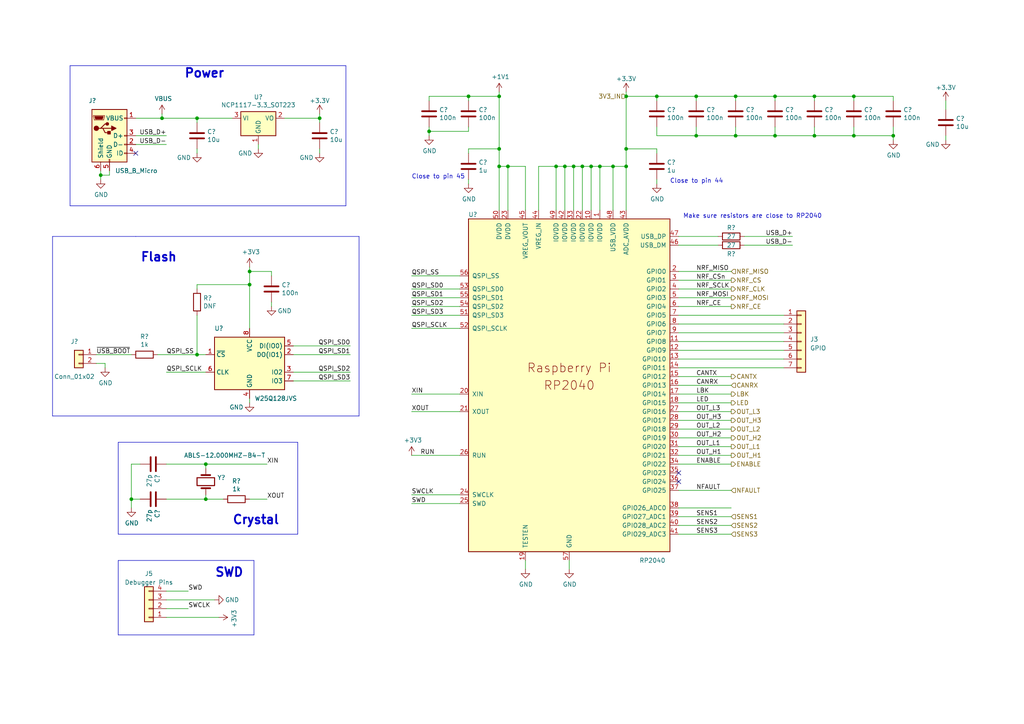
<source format=kicad_sch>
(kicad_sch (version 20230121) (generator eeschema)
  (paper "A4")
  (lib_symbols
    (symbol "Connector_Generic:Conn_01x02" (pin_names (offset 1.016) hide)
      (property "Reference" "J" (at 0 2.54 0))
      (property "Value" "Conn_01x02" (at 0 -5.08 0))
      (symbol "Conn_01x02_1_1"
        (rectangle (start -1.27 -2.413) (end 0 -2.667) (stroke (width 0.1524)))
        (rectangle (start -1.27 0.127) (end 0 -0.127) (stroke (width 0.1524)))
        (rectangle (start -1.27 1.27) (end 1.27 -3.81) (stroke (width 0.254)) (fill (type background)))
        (pin passive line (at -5.08 0 0) (length 3.81) (name "Pin_1") (number "1"))
        (pin passive line (at -5.08 -2.54 0) (length 3.81) (name "Pin_2") (number "2"))
      )
    )
    (symbol "Connector_Generic:Conn_01x04" (pin_names (offset 1.016) hide)
      (property "Reference" "J" (at 0 5.08 0))
      (property "Value" "Conn_01x04" (at 0 -7.62 0))
      (symbol "Conn_01x04_1_1"
        (rectangle (start -1.27 -4.953) (end 0 -5.207) (stroke (width 0.1524)))
        (rectangle (start -1.27 -2.413) (end 0 -2.667) (stroke (width 0.1524)))
        (rectangle (start -1.27 0.127) (end 0 -0.127) (stroke (width 0.1524)))
        (rectangle (start -1.27 2.667) (end 0 2.413) (stroke (width 0.1524)))
        (rectangle (start -1.27 3.81) (end 1.27 -6.35) (stroke (width 0.254)) (fill (type background)))
        (pin passive line (at -5.08 2.54 0) (length 3.81) (name "Pin_1") (number "1"))
        (pin passive line (at -5.08 0 0) (length 3.81) (name "Pin_2") (number "2"))
        (pin passive line (at -5.08 -2.54 0) (length 3.81) (name "Pin_3") (number "3"))
        (pin passive line (at -5.08 -5.08 0) (length 3.81) (name "Pin_4") (number "4"))
      )
    )
    (symbol "Connector_Generic:Conn_01x07" (pin_names (offset 1.016) hide)
      (property "Reference" "J" (at 0 10.16 0))
      (property "Value" "Conn_01x07" (at 0 -10.16 0))
      (symbol "Conn_01x07_1_1"
        (rectangle (start -1.27 -7.493) (end 0 -7.747) (stroke (width 0.1524)))
        (rectangle (start -1.27 -4.953) (end 0 -5.207) (stroke (width 0.1524)))
        (rectangle (start -1.27 -2.413) (end 0 -2.667) (stroke (width 0.1524)))
        (rectangle (start -1.27 0.127) (end 0 -0.127) (stroke (width 0.1524)))
        (rectangle (start -1.27 2.667) (end 0 2.413) (stroke (width 0.1524)))
        (rectangle (start -1.27 5.207) (end 0 4.953) (stroke (width 0.1524)))
        (rectangle (start -1.27 7.747) (end 0 7.493) (stroke (width 0.1524)))
        (rectangle (start -1.27 8.89) (end 1.27 -8.89) (stroke (width 0.254)) (fill (type background)))
        (pin passive line (at -5.08 7.62 0) (length 3.81) (name "Pin_1") (number "1"))
        (pin passive line (at -5.08 5.08 0) (length 3.81) (name "Pin_2") (number "2"))
        (pin passive line (at -5.08 2.54 0) (length 3.81) (name "Pin_3") (number "3"))
        (pin passive line (at -5.08 0 0) (length 3.81) (name "Pin_4") (number "4"))
        (pin passive line (at -5.08 -2.54 0) (length 3.81) (name "Pin_5") (number "5"))
        (pin passive line (at -5.08 -5.08 0) (length 3.81) (name "Pin_6") (number "6"))
        (pin passive line (at -5.08 -7.62 0) (length 3.81) (name "Pin_7") (number "7"))
      )
    )
    (symbol "Device:C" (pin_numbers hide) (pin_names (offset 0.254))
      (property "Reference" "C" (at 0.635 2.54 0))
      (property "Value" "C" (at 0.635 -2.54 0))
      (symbol "C_0_1"
        (polyline (pts (xy -2.032 -0.762) (xy 2.032 -0.762)) (stroke (width 0.508)))
        (polyline (pts (xy -2.032 0.762) (xy 2.032 0.762)) (stroke (width 0.508)))
      )
      (symbol "C_1_1"
        (pin passive line (at 0 3.81 270) (length 2.794) (name "~") (number "1"))
        (pin passive line (at 0 -3.81 90) (length 2.794) (name "~") (number "2"))
      )
    )
    (symbol "Device:Crystal" (pin_numbers hide) (pin_names (offset 1.016) hide)
      (property "Reference" "Y" (at 0 3.81 0))
      (property "Value" "Crystal" (at 0 -3.81 0))
      (symbol "Crystal_0_1"
        (rectangle (start -1.143 2.54) (end 1.143 -2.54) (stroke (width 0.3048)))
        (polyline (pts (xy -2.54 0) (xy -1.905 0)))
        (polyline (pts (xy -1.905 -1.27) (xy -1.905 1.27)) (stroke (width 0.508)))
        (polyline (pts (xy 1.905 -1.27) (xy 1.905 1.27)) (stroke (width 0.508)))
        (polyline (pts (xy 2.54 0) (xy 1.905 0)))
      )
      (symbol "Crystal_1_1"
        (pin passive line (at -3.81 0 0) (length 1.27) (name "1") (number "1"))
        (pin passive line (at 3.81 0 180) (length 1.27) (name "2") (number "2"))
      )
    )
    (symbol "Device:R" (pin_numbers hide) (pin_names (offset 0))
      (property "Reference" "R" (at 2.032 0 90))
      (property "Value" "R" (at 0 0 90))
      (symbol "R_0_1"
        (rectangle (start -1.016 -2.54) (end 1.016 2.54) (stroke (width 0.254)))
      )
      (symbol "R_1_1"
        (pin passive line (at 0 3.81 270) (length 1.27) (name "~") (number "1"))
        (pin passive line (at 0 -3.81 90) (length 1.27) (name "~") (number "2"))
      )
    )
    (symbol "MCU_RaspberryPi_RP2040:RP2040" (pin_names (offset 1.016))
      (property "Reference" "U" (at -29.21 49.53 0))
      (property "Value" "RP2040" (at 24.13 -49.53 0))
      (symbol "RP2040_0_0"
        (text "Raspberry Pi" (at 0 5.08 0) (effects (font (size 2.54 2.54))))
        (text "RP2040" (at 0 0 0) (effects (font (size 2.54 2.54))))
      )
      (symbol "RP2040_0_1"
        (rectangle (start 29.21 48.26) (end -29.21 -48.26) (stroke (width 0.254)) (fill (type background)))
      )
      (symbol "RP2040_1_1"
        (pin power_in line (at 8.89 50.8 270) (length 2.54) (name "IOVDD") (number "1"))
        (pin power_in line (at 6.35 50.8 270) (length 2.54) (name "IOVDD") (number "10"))
        (pin bidirectional line (at 31.75 12.7 180) (length 2.54) (name "GPIO8") (number "11"))
        (pin bidirectional line (at 31.75 10.16 180) (length 2.54) (name "GPIO9") (number "12"))
        (pin bidirectional line (at 31.75 7.62 180) (length 2.54) (name "GPIO10") (number "13"))
        (pin bidirectional line (at 31.75 5.08 180) (length 2.54) (name "GPIO11") (number "14"))
        (pin bidirectional line (at 31.75 2.54 180) (length 2.54) (name "GPIO12") (number "15"))
        (pin bidirectional line (at 31.75 0 180) (length 2.54) (name "GPIO13") (number "16"))
        (pin bidirectional line (at 31.75 -2.54 180) (length 2.54) (name "GPIO14") (number "17"))
        (pin bidirectional line (at 31.75 -5.08 180) (length 2.54) (name "GPIO15") (number "18"))
        (pin passive line (at -12.7 -50.8 90) (length 2.54) (name "TESTEN") (number "19"))
        (pin bidirectional line (at 31.75 33.02 180) (length 2.54) (name "GPIO0") (number "2"))
        (pin input line (at -31.75 -2.54 0) (length 2.54) (name "XIN") (number "20"))
        (pin passive line (at -31.75 -7.62 0) (length 2.54) (name "XOUT") (number "21"))
        (pin power_in line (at 3.81 50.8 270) (length 2.54) (name "IOVDD") (number "22"))
        (pin power_in line (at -17.78 50.8 270) (length 2.54) (name "DVDD") (number "23"))
        (pin output line (at -31.75 -31.75 0) (length 2.54) (name "SWCLK") (number "24"))
        (pin bidirectional line (at -31.75 -34.29 0) (length 2.54) (name "SWD") (number "25"))
        (pin input line (at -31.75 -20.32 0) (length 2.54) (name "RUN") (number "26"))
        (pin bidirectional line (at 31.75 -7.62 180) (length 2.54) (name "GPIO16") (number "27"))
        (pin bidirectional line (at 31.75 -10.16 180) (length 2.54) (name "GPIO17") (number "28"))
        (pin bidirectional line (at 31.75 -12.7 180) (length 2.54) (name "GPIO18") (number "29"))
        (pin bidirectional line (at 31.75 30.48 180) (length 2.54) (name "GPIO1") (number "3"))
        (pin bidirectional line (at 31.75 -15.24 180) (length 2.54) (name "GPIO19") (number "30"))
        (pin bidirectional line (at 31.75 -17.78 180) (length 2.54) (name "GPIO20") (number "31"))
        (pin bidirectional line (at 31.75 -20.32 180) (length 2.54) (name "GPIO21") (number "32"))
        (pin power_in line (at 1.27 50.8 270) (length 2.54) (name "IOVDD") (number "33"))
        (pin bidirectional line (at 31.75 -22.86 180) (length 2.54) (name "GPIO22") (number "34"))
        (pin bidirectional line (at 31.75 -25.4 180) (length 2.54) (name "GPIO23") (number "35"))
        (pin bidirectional line (at 31.75 -27.94 180) (length 2.54) (name "GPIO24") (number "36"))
        (pin bidirectional line (at 31.75 -30.48 180) (length 2.54) (name "GPIO25") (number "37"))
        (pin bidirectional line (at 31.75 -35.56 180) (length 2.54) (name "GPIO26_ADC0") (number "38"))
        (pin bidirectional line (at 31.75 -38.1 180) (length 2.54) (name "GPIO27_ADC1") (number "39"))
        (pin bidirectional line (at 31.75 27.94 180) (length 2.54) (name "GPIO2") (number "4"))
        (pin bidirectional line (at 31.75 -40.64 180) (length 2.54) (name "GPIO28_ADC2") (number "40"))
        (pin bidirectional line (at 31.75 -43.18 180) (length 2.54) (name "GPIO29_ADC3") (number "41"))
        (pin power_in line (at -1.27 50.8 270) (length 2.54) (name "IOVDD") (number "42"))
        (pin power_in line (at 16.51 50.8 270) (length 2.54) (name "ADC_AVDD") (number "43"))
        (pin power_in line (at -8.89 50.8 270) (length 2.54) (name "VREG_IN") (number "44"))
        (pin power_out line (at -12.7 50.8 270) (length 2.54) (name "VREG_VOUT") (number "45"))
        (pin bidirectional line (at 31.75 40.64 180) (length 2.54) (name "USB_DM") (number "46"))
        (pin bidirectional line (at 31.75 43.18 180) (length 2.54) (name "USB_DP") (number "47"))
        (pin power_in line (at 12.7 50.8 270) (length 2.54) (name "USB_VDD") (number "48"))
        (pin power_in line (at -3.81 50.8 270) (length 2.54) (name "IOVDD") (number "49"))
        (pin bidirectional line (at 31.75 25.4 180) (length 2.54) (name "GPIO3") (number "5"))
        (pin power_in line (at -20.32 50.8 270) (length 2.54) (name "DVDD") (number "50"))
        (pin bidirectional line (at -31.75 20.32 0) (length 2.54) (name "QSPI_SD3") (number "51"))
        (pin output line (at -31.75 16.51 0) (length 2.54) (name "QSPI_SCLK") (number "52"))
        (pin bidirectional line (at -31.75 27.94 0) (length 2.54) (name "QSPI_SD0") (number "53"))
        (pin bidirectional line (at -31.75 22.86 0) (length 2.54) (name "QSPI_SD2") (number "54"))
        (pin bidirectional line (at -31.75 25.4 0) (length 2.54) (name "QSPI_SD1") (number "55"))
        (pin bidirectional line (at -31.75 31.75 0) (length 2.54) (name "QSPI_SS") (number "56"))
        (pin power_in line (at 0 -50.8 90) (length 2.54) (name "GND") (number "57"))
        (pin bidirectional line (at 31.75 22.86 180) (length 2.54) (name "GPIO4") (number "6"))
        (pin bidirectional line (at 31.75 20.32 180) (length 2.54) (name "GPIO5") (number "7"))
        (pin bidirectional line (at 31.75 17.78 180) (length 2.54) (name "GPIO6") (number "8"))
        (pin bidirectional line (at 31.75 15.24 180) (length 2.54) (name "GPIO7") (number "9"))
      )
    )
    (symbol "RP2040_minimal-rescue:USB_B_Micro-Connector" (pin_names (offset 1.016))
      (property "Reference" "J" (at -5.08 11.43 0))
      (property "Value" "Connector_USB_B_Micro" (at -5.08 8.89 0))
      (symbol "USB_B_Micro-Connector_0_1"
        (rectangle (start -5.08 -7.62) (end 5.08 7.62) (stroke (width 0.254)) (fill (type background)))
        (circle (center -3.81 2.159) (radius 0.635) (stroke (width 0.254)) (fill (type outline)))
        (circle (center -0.635 3.429) (radius 0.381) (stroke (width 0.254)) (fill (type outline)))
        (rectangle (start -0.127 -7.62) (end 0.127 -6.858))
        (polyline (pts (xy -1.905 2.159) (xy 0.635 2.159)) (stroke (width 0.254)))
        (polyline (pts (xy -3.175 2.159) (xy -2.54 2.159) (xy -1.27 3.429) (xy -0.635 3.429)) (stroke (width 0.254)))
        (polyline (pts (xy -2.54 2.159) (xy -1.905 2.159) (xy -1.27 0.889) (xy 0 0.889)) (stroke (width 0.254)))
        (polyline (pts (xy 0.635 2.794) (xy 0.635 1.524) (xy 1.905 2.159) (xy 0.635 2.794)) (stroke (width 0.254)) (fill (type outline)))
        (polyline (pts (xy -4.318 5.588) (xy -1.778 5.588) (xy -2.032 4.826) (xy -4.064 4.826) (xy -4.318 5.588)) (fill (type outline)))
        (polyline (pts (xy -4.699 5.842) (xy -4.699 5.588) (xy -4.445 4.826) (xy -4.445 4.572) (xy -1.651 4.572) (xy -1.651 4.826) (xy -1.397 5.588) (xy -1.397 5.842) (xy -4.699 5.842)))
        (rectangle (start 0.254 1.27) (end -0.508 0.508) (stroke (width 0.254)) (fill (type outline)))
        (rectangle (start 5.08 -5.207) (end 4.318 -4.953))
        (rectangle (start 5.08 -2.667) (end 4.318 -2.413))
        (rectangle (start 5.08 -0.127) (end 4.318 0.127))
        (rectangle (start 5.08 4.953) (end 4.318 5.207))
      )
      (symbol "USB_B_Micro-Connector_1_1"
        (pin power_out line (at 7.62 5.08 180) (length 2.54) (name "VBUS") (number "1"))
        (pin passive line (at 7.62 -2.54 180) (length 2.54) (name "D-") (number "2"))
        (pin passive line (at 7.62 0 180) (length 2.54) (name "D+") (number "3"))
        (pin passive line (at 7.62 -5.08 180) (length 2.54) (name "ID") (number "4"))
        (pin power_out line (at 0 -10.16 90) (length 2.54) (name "GND") (number "5"))
        (pin passive line (at -2.54 -10.16 90) (length 2.54) (name "Shield") (number "6"))
      )
    )
    (symbol "RP2040_minimal-rescue:W25Q128JVS-Memory_Flash"
      (property "Reference" "U" (at -8.89 8.89 0))
      (property "Value" "Memory_Flash_W25Q128JVS" (at 7.62 8.89 0))
      (symbol "W25Q128JVS-Memory_Flash_0_1"
        (rectangle (start -10.16 7.62) (end 10.16 -7.62) (stroke (width 0.254)) (fill (type background)))
      )
      (symbol "W25Q128JVS-Memory_Flash_1_1"
        (pin input line (at -12.7 2.54 0) (length 2.54) (name "~{CS}") (number "1"))
        (pin bidirectional line (at 12.7 2.54 180) (length 2.54) (name "DO(IO1)") (number "2"))
        (pin bidirectional line (at 12.7 -2.54 180) (length 2.54) (name "IO2") (number "3"))
        (pin power_in line (at 0 -10.16 90) (length 2.54) (name "GND") (number "4"))
        (pin bidirectional line (at 12.7 5.08 180) (length 2.54) (name "DI(IO0)") (number "5"))
        (pin input line (at -12.7 -2.54 0) (length 2.54) (name "CLK") (number "6"))
        (pin bidirectional line (at 12.7 -5.08 180) (length 2.54) (name "IO3") (number "7"))
        (pin power_in line (at 0 10.16 270) (length 2.54) (name "VCC") (number "8"))
      )
    )
    (symbol "Regulator_Linear:NCP1117-3.3_SOT223"
      (property "Reference" "U" (at -3.81 3.175 0))
      (property "Value" "NCP1117-3.3_SOT223" (at 0 3.175 0))
      (symbol "NCP1117-3.3_SOT223_0_1"
        (rectangle (start -5.08 -5.08) (end 5.08 1.905) (stroke (width 0.254)) (fill (type background)))
      )
      (symbol "NCP1117-3.3_SOT223_1_1"
        (pin power_in line (at 0 -7.62 90) (length 2.54) (name "GND") (number "1"))
        (pin power_out line (at 7.62 0 180) (length 2.54) (name "VO") (number "2"))
        (pin power_in line (at -7.62 0 0) (length 2.54) (name "VI") (number "3"))
      )
    )
    (symbol "power:+1V1" (power) (pin_names (offset 0))
      (property "Value" "+1V1" (at 0 3.556 0))
      (symbol "+1V1_0_1"
        (polyline (pts (xy -0.762 1.27) (xy 0 2.54)))
        (polyline (pts (xy 0 0) (xy 0 2.54)))
        (polyline (pts (xy 0 2.54) (xy 0.762 1.27)))
      )
      (symbol "+1V1_1_1"
        (pin power_in line (at 0 0 90) (length 0) hide (name "+1V1") (number "1"))
      )
    )
    (symbol "power:+3.3V" (power) (pin_names (offset 0))
      (property "Value" "+3.3V" (at 0 3.556 0))
      (symbol "+3.3V_0_1"
        (polyline (pts (xy -0.762 1.27) (xy 0 2.54)))
        (polyline (pts (xy 0 0) (xy 0 2.54)))
        (polyline (pts (xy 0 2.54) (xy 0.762 1.27)))
      )
      (symbol "+3.3V_1_1"
        (pin power_in line (at 0 0 90) (length 0) hide (name "+3.3V") (number "1"))
      )
    )
    (symbol "power:+3V3" (power) (pin_names (offset 0))
      (property "Value" "+3V3" (at 0 3.556 0))
      (symbol "+3V3_0_1"
        (polyline (pts (xy -0.762 1.27) (xy 0 2.54)))
        (polyline (pts (xy 0 0) (xy 0 2.54)))
        (polyline (pts (xy 0 2.54) (xy 0.762 1.27)))
      )
      (symbol "+3V3_1_1"
        (pin power_in line (at 0 0 90) (length 0) hide (name "+3V3") (number "1"))
      )
    )
    (symbol "power:GND" (power) (pin_names (offset 0))
      (property "Value" "GND" (at 0 -3.81 0))
      (symbol "GND_0_1"
        (polyline (pts (xy 0 0) (xy 0 -1.27) (xy 1.27 -1.27) (xy 0 -2.54) (xy -1.27 -1.27) (xy 0 -1.27)))
      )
      (symbol "GND_1_1"
        (pin power_in line (at 0 0 270) (length 0) hide (name "GND") (number "1"))
      )
    )
    (symbol "power:VBUS" (power) (pin_names (offset 0))
      (property "Value" "VBUS" (at 0 3.81 0))
      (symbol "VBUS_0_1"
        (polyline (pts (xy -0.762 1.27) (xy 0 2.54)))
        (polyline (pts (xy 0 0) (xy 0 2.54)))
        (polyline (pts (xy 0 2.54) (xy 0.762 1.27)))
      )
      (symbol "VBUS_1_1"
        (pin power_in line (at 0 0 90) (length 0) hide (name "VBUS") (number "1"))
      )
    )
  )
  (junction (at 144.78 43.18))
  (junction (at 213.36 39.37))
  (junction (at 224.79 27.94))
  (junction (at 72.39 82.55))
  (junction (at 161.29 48.26))
  (junction (at 46.99 34.29))
  (junction (at 201.93 39.37))
  (junction (at 177.8 48.26))
  (junction (at 236.22 39.37))
  (junction (at 236.22 27.94))
  (junction (at 224.79 39.37))
  (junction (at 190.5 27.94))
  (junction (at 59.69 144.78))
  (junction (at 213.36 27.94))
  (junction (at 168.91 48.26))
  (junction (at 181.61 43.18))
  (junction (at 247.65 27.94))
  (junction (at 72.39 78.74))
  (junction (at 57.15 34.29))
  (junction (at 135.89 27.94))
  (junction (at 144.78 48.26))
  (junction (at 259.08 39.37))
  (junction (at 181.61 27.94))
  (junction (at 147.32 48.26))
  (junction (at 59.69 134.62))
  (junction (at 173.99 48.26))
  (junction (at 247.65 39.37))
  (junction (at 144.78 27.94))
  (junction (at 92.71 34.29))
  (junction (at 201.93 27.94))
  (junction (at 171.45 48.26))
  (junction (at 57.15 102.87))
  (junction (at 38.1 144.78))
  (junction (at 166.37 48.26))
  (junction (at 163.83 48.26))
  (junction (at 181.61 48.26))
  (junction (at 29.21 50.8))
  (junction (at 124.46 38.1))
  (no_connect (at 39.37 44.45))
  (no_connect (at 196.85 139.7))
  (no_connect (at 196.85 137.16))
  (wire (pts (xy 163.83 48.26) (xy 166.37 48.26)))
  (wire (pts (xy 48.26 134.62) (xy 59.69 134.62)))
  (wire (pts (xy 152.4 162.56) (xy 152.4 165.1)))
  (wire (pts (xy 213.36 39.37) (xy 201.93 39.37)))
  (wire (pts (xy 196.85 88.9) (xy 212.09 88.9)))
  (wire (pts (xy 196.85 124.46) (xy 212.09 124.46)))
  (wire (pts (xy 124.46 38.1) (xy 124.46 39.37)))
  (wire (pts (xy 119.38 88.9) (xy 133.35 88.9)))
  (wire (pts (xy 213.36 29.21) (xy 213.36 27.94)))
  (wire (pts (xy 236.22 27.94) (xy 247.65 27.94)))
  (wire (pts (xy 196.85 119.38) (xy 212.09 119.38)))
  (wire (pts (xy 59.69 134.62) (xy 77.47 134.62)))
  (polyline (pts (xy 34.29 162.56) (xy 73.66 162.56)))
  (wire (pts (xy 274.32 39.37) (xy 274.32 40.64)))
  (wire (pts (xy 196.85 147.32) (xy 212.09 147.32)))
  (wire (pts (xy 124.46 27.94) (xy 135.89 27.94)))
  (polyline (pts (xy 86.36 154.94) (xy 34.29 154.94)))
  (wire (pts (xy 135.89 44.45) (xy 135.89 43.18)))
  (wire (pts (xy 196.85 111.76) (xy 212.09 111.76)))
  (wire (pts (xy 259.08 39.37) (xy 259.08 40.64)))
  (wire (pts (xy 181.61 27.94) (xy 190.5 27.94)))
  (wire (pts (xy 48.26 144.78) (xy 59.69 144.78)))
  (wire (pts (xy 196.85 78.74) (xy 212.09 78.74)))
  (wire (pts (xy 181.61 26.67) (xy 181.61 27.94)))
  (wire (pts (xy 247.65 29.21) (xy 247.65 27.94)))
  (wire (pts (xy 85.09 100.33) (xy 101.6 100.33)))
  (wire (pts (xy 196.85 104.14) (xy 227.33 104.14)))
  (wire (pts (xy 274.32 29.21) (xy 274.32 31.75)))
  (wire (pts (xy 247.65 39.37) (xy 259.08 39.37)))
  (wire (pts (xy 147.32 60.96) (xy 147.32 48.26)))
  (polyline (pts (xy 15.24 68.58) (xy 39.37 68.58)))
  (wire (pts (xy 147.32 48.26) (xy 144.78 48.26)))
  (wire (pts (xy 196.85 127) (xy 212.09 127)))
  (wire (pts (xy 85.09 102.87) (xy 101.6 102.87)))
  (wire (pts (xy 144.78 43.18) (xy 144.78 48.26)))
  (wire (pts (xy 215.9 68.58) (xy 229.87 68.58)))
  (wire (pts (xy 171.45 48.26) (xy 173.99 48.26)))
  (wire (pts (xy 31.75 50.8) (xy 29.21 50.8)))
  (wire (pts (xy 224.79 36.83) (xy 224.79 39.37)))
  (wire (pts (xy 144.78 26.67) (xy 144.78 27.94)))
  (wire (pts (xy 196.85 106.68) (xy 227.33 106.68)))
  (wire (pts (xy 196.85 83.82) (xy 212.09 83.82)))
  (wire (pts (xy 135.89 52.07) (xy 135.89 53.34)))
  (wire (pts (xy 74.93 41.91) (xy 74.93 43.18)))
  (wire (pts (xy 196.85 129.54) (xy 212.09 129.54)))
  (wire (pts (xy 201.93 36.83) (xy 201.93 39.37)))
  (wire (pts (xy 173.99 48.26) (xy 173.99 60.96)))
  (wire (pts (xy 92.71 35.56) (xy 92.71 34.29)))
  (polyline (pts (xy 100.33 19.05) (xy 100.33 59.69)))
  (wire (pts (xy 119.38 83.82) (xy 133.35 83.82)))
  (wire (pts (xy 152.4 60.96) (xy 152.4 48.26)))
  (wire (pts (xy 29.21 49.53) (xy 29.21 50.8)))
  (wire (pts (xy 190.5 44.45) (xy 190.5 43.18)))
  (wire (pts (xy 156.21 60.96) (xy 156.21 48.26)))
  (wire (pts (xy 57.15 83.82) (xy 57.15 82.55)))
  (wire (pts (xy 196.85 149.86) (xy 212.09 149.86)))
  (wire (pts (xy 57.15 82.55) (xy 72.39 82.55)))
  (wire (pts (xy 133.35 80.01) (xy 119.38 80.01)))
  (wire (pts (xy 177.8 48.26) (xy 181.61 48.26)))
  (wire (pts (xy 181.61 27.94) (xy 181.61 43.18)))
  (wire (pts (xy 39.37 39.37) (xy 48.26 39.37)))
  (wire (pts (xy 119.38 132.08) (xy 133.35 132.08)))
  (wire (pts (xy 72.39 144.78) (xy 77.47 144.78)))
  (wire (pts (xy 59.69 135.89) (xy 59.69 134.62)))
  (wire (pts (xy 57.15 102.87) (xy 59.69 102.87)))
  (wire (pts (xy 224.79 39.37) (xy 213.36 39.37)))
  (wire (pts (xy 40.64 134.62) (xy 38.1 134.62)))
  (wire (pts (xy 181.61 48.26) (xy 181.61 60.96)))
  (wire (pts (xy 190.5 36.83) (xy 190.5 39.37)))
  (wire (pts (xy 72.39 82.55) (xy 72.39 95.25)))
  (wire (pts (xy 196.85 134.62) (xy 212.09 134.62)))
  (wire (pts (xy 181.61 43.18) (xy 181.61 48.26)))
  (wire (pts (xy 190.5 27.94) (xy 201.93 27.94)))
  (wire (pts (xy 177.8 60.96) (xy 177.8 48.26)))
  (wire (pts (xy 82.55 34.29) (xy 92.71 34.29)))
  (wire (pts (xy 133.35 143.51) (xy 119.38 143.51)))
  (wire (pts (xy 224.79 29.21) (xy 224.79 27.94)))
  (wire (pts (xy 247.65 39.37) (xy 236.22 39.37)))
  (wire (pts (xy 30.48 105.41) (xy 27.94 105.41)))
  (wire (pts (xy 119.38 119.38) (xy 133.35 119.38)))
  (wire (pts (xy 196.85 99.06) (xy 227.33 99.06)))
  (wire (pts (xy 85.09 110.49) (xy 101.6 110.49)))
  (polyline (pts (xy 20.32 19.05) (xy 20.32 59.69)))
  (wire (pts (xy 38.1 102.87) (xy 27.94 102.87)))
  (wire (pts (xy 247.65 27.94) (xy 259.08 27.94)))
  (polyline (pts (xy 34.29 128.27) (xy 34.29 154.94)))
  (wire (pts (xy 152.4 48.26) (xy 147.32 48.26)))
  (wire (pts (xy 224.79 27.94) (xy 236.22 27.94)))
  (wire (pts (xy 196.85 132.08) (xy 212.09 132.08)))
  (wire (pts (xy 59.69 144.78) (xy 64.77 144.78)))
  (polyline (pts (xy 39.37 68.58) (xy 104.14 68.58)))
  (wire (pts (xy 168.91 48.26) (xy 171.45 48.26)))
  (wire (pts (xy 171.45 60.96) (xy 171.45 48.26)))
  (wire (pts (xy 48.26 176.53) (xy 54.61 176.53)))
  (wire (pts (xy 135.89 27.94) (xy 144.78 27.94)))
  (polyline (pts (xy 73.66 184.15) (xy 34.29 184.15)))
  (wire (pts (xy 215.9 71.12) (xy 229.87 71.12)))
  (wire (pts (xy 201.93 29.21) (xy 201.93 27.94)))
  (wire (pts (xy 72.39 115.57) (xy 72.39 116.84)))
  (wire (pts (xy 29.21 50.8) (xy 29.21 52.07)))
  (wire (pts (xy 124.46 29.21) (xy 124.46 27.94)))
  (wire (pts (xy 259.08 29.21) (xy 259.08 27.94)))
  (wire (pts (xy 124.46 38.1) (xy 135.89 38.1)))
  (wire (pts (xy 236.22 39.37) (xy 224.79 39.37)))
  (wire (pts (xy 78.74 87.63) (xy 78.74 88.9)))
  (wire (pts (xy 40.64 144.78) (xy 38.1 144.78)))
  (wire (pts (xy 48.26 107.95) (xy 59.69 107.95)))
  (wire (pts (xy 135.89 38.1) (xy 135.89 36.83)))
  (wire (pts (xy 196.85 93.98) (xy 227.33 93.98)))
  (wire (pts (xy 163.83 60.96) (xy 163.83 48.26)))
  (wire (pts (xy 166.37 60.96) (xy 166.37 48.26)))
  (wire (pts (xy 119.38 91.44) (xy 133.35 91.44)))
  (wire (pts (xy 196.85 154.94) (xy 212.09 154.94)))
  (polyline (pts (xy 100.33 59.69) (xy 20.32 59.69)))
  (wire (pts (xy 168.91 60.96) (xy 168.91 48.26)))
  (wire (pts (xy 119.38 86.36) (xy 133.35 86.36)))
  (wire (pts (xy 213.36 36.83) (xy 213.36 39.37)))
  (wire (pts (xy 190.5 52.07) (xy 190.5 53.34)))
  (wire (pts (xy 201.93 39.37) (xy 190.5 39.37)))
  (wire (pts (xy 161.29 60.96) (xy 161.29 48.26)))
  (wire (pts (xy 196.85 91.44) (xy 227.33 91.44)))
  (wire (pts (xy 46.99 34.29) (xy 57.15 34.29)))
  (wire (pts (xy 124.46 36.83) (xy 124.46 38.1)))
  (wire (pts (xy 135.89 29.21) (xy 135.89 27.94)))
  (wire (pts (xy 196.85 68.58) (xy 208.28 68.58)))
  (wire (pts (xy 247.65 36.83) (xy 247.65 39.37)))
  (wire (pts (xy 39.37 41.91) (xy 48.26 41.91)))
  (wire (pts (xy 135.89 43.18) (xy 144.78 43.18)))
  (wire (pts (xy 161.29 48.26) (xy 163.83 48.26)))
  (polyline (pts (xy 104.14 68.58) (xy 104.14 120.65)))
  (wire (pts (xy 46.99 33.02) (xy 46.99 34.29)))
  (wire (pts (xy 165.1 162.56) (xy 165.1 165.1)))
  (wire (pts (xy 196.85 86.36) (xy 212.09 86.36)))
  (wire (pts (xy 196.85 81.28) (xy 212.09 81.28)))
  (wire (pts (xy 78.74 80.01) (xy 78.74 78.74)))
  (wire (pts (xy 196.85 109.22) (xy 212.09 109.22)))
  (wire (pts (xy 92.71 34.29) (xy 92.71 33.02)))
  (wire (pts (xy 48.26 171.45) (xy 54.61 171.45)))
  (wire (pts (xy 48.26 173.99) (xy 62.23 173.99)))
  (polyline (pts (xy 34.29 162.56) (xy 34.29 184.15)))
  (wire (pts (xy 57.15 35.56) (xy 57.15 34.29)))
  (polyline (pts (xy 104.14 120.65) (xy 15.24 120.65)))
  (wire (pts (xy 236.22 36.83) (xy 236.22 39.37)))
  (wire (pts (xy 173.99 48.26) (xy 177.8 48.26)))
  (polyline (pts (xy 86.36 128.27) (xy 86.36 154.94)))
  (wire (pts (xy 156.21 48.26) (xy 161.29 48.26)))
  (wire (pts (xy 38.1 144.78) (xy 38.1 147.32)))
  (wire (pts (xy 67.31 34.29) (xy 57.15 34.29)))
  (wire (pts (xy 39.37 34.29) (xy 46.99 34.29)))
  (wire (pts (xy 181.61 43.18) (xy 190.5 43.18)))
  (wire (pts (xy 196.85 152.4) (xy 212.09 152.4)))
  (wire (pts (xy 57.15 91.44) (xy 57.15 102.87)))
  (wire (pts (xy 190.5 29.21) (xy 190.5 27.94)))
  (wire (pts (xy 57.15 43.18) (xy 57.15 44.45)))
  (wire (pts (xy 236.22 29.21) (xy 236.22 27.94)))
  (wire (pts (xy 166.37 48.26) (xy 168.91 48.26)))
  (wire (pts (xy 59.69 143.51) (xy 59.69 144.78)))
  (wire (pts (xy 72.39 77.47) (xy 72.39 78.74)))
  (wire (pts (xy 38.1 134.62) (xy 38.1 144.78)))
  (wire (pts (xy 196.85 101.6) (xy 227.33 101.6)))
  (wire (pts (xy 92.71 43.18) (xy 92.71 44.45)))
  (wire (pts (xy 144.78 48.26) (xy 144.78 60.96)))
  (wire (pts (xy 30.48 105.41) (xy 30.48 106.68)))
  (wire (pts (xy 45.72 102.87) (xy 57.15 102.87)))
  (wire (pts (xy 144.78 27.94) (xy 144.78 43.18)))
  (wire (pts (xy 72.39 78.74) (xy 72.39 82.55)))
  (wire (pts (xy 31.75 49.53) (xy 31.75 50.8)))
  (wire (pts (xy 48.26 179.07) (xy 63.5 179.07)))
  (wire (pts (xy 196.85 142.24) (xy 212.09 142.24)))
  (wire (pts (xy 196.85 114.3) (xy 212.09 114.3)))
  (wire (pts (xy 196.85 71.12) (xy 208.28 71.12)))
  (polyline (pts (xy 20.32 19.05) (xy 100.33 19.05)))
  (wire (pts (xy 119.38 114.3) (xy 133.35 114.3)))
  (wire (pts (xy 196.85 116.84) (xy 212.09 116.84)))
  (wire (pts (xy 196.85 121.92) (xy 212.09 121.92)))
  (wire (pts (xy 133.35 95.25) (xy 119.38 95.25)))
  (wire (pts (xy 196.85 96.52) (xy 227.33 96.52)))
  (wire (pts (xy 133.35 146.05) (xy 119.38 146.05)))
  (wire (pts (xy 259.08 36.83) (xy 259.08 39.37)))
  (polyline (pts (xy 15.24 120.65) (xy 15.24 68.58)))
  (wire (pts (xy 85.09 107.95) (xy 101.6 107.95)))
  (polyline (pts (xy 73.66 162.56) (xy 73.66 184.15)))
  (wire (pts (xy 201.93 27.94) (xy 213.36 27.94)))
  (wire (pts (xy 213.36 27.94) (xy 224.79 27.94)))
  (polyline (pts (xy 34.29 128.27) (xy 86.36 128.27)))
  (wire (pts (xy 78.74 78.74) (xy 72.39 78.74)))
  (text "SWD" (at 62.23 167.64 0) (effects (font (size 2.54 2.54) (thickness 0.508) bold) (justify left bottom)))
  (text "Close to pin 44" (at 194.31 53.34 0) (effects (font (size 1.27 1.27)) (justify left bottom)))
  (text "Flash" (at 40.64 76.2 0) (effects (font (size 2.54 2.54) (thickness 0.508) bold) (justify left bottom)))
  (text "Close to pin 45" (at 119.38 52.07 0) (effects (font (size 1.27 1.27)) (justify left bottom)))
  (text "Crystal" (at 67.31 152.4 0) (effects (font (size 2.54 2.54) (thickness 0.508) bold) (justify left bottom)))
  (text "Make sure resistors are close to RP2040" (at 198.12 63.5 0) (effects (font (size 1.27 1.27)) (justify left bottom)))
  (text "Power" (at 53.34 22.86 0) (effects (font (size 2.54 2.54) (thickness 0.508) bold) (justify left bottom)))
  (label "XOUT" (at 77.47 144.78 0))
  (label "USB_D+" (at 229.87 68.58 180))
  (label "ENABLE" (at 201.93 134.62 0))
  (label "USB_D-" (at 229.87 71.12 180))
  (label "QSPI_SD3" (at 119.38 91.44 0))
  (label "XOUT" (at 119.38 119.38 0))
  (label "OUT_H2" (at 201.93 127 0))
  (label "OUT_L3" (at 201.93 119.38 0))
  (label "SENS2" (at 201.93 152.4 0))
  (label "CANRX" (at 201.93 111.76 0))
  (label "NRF_CE" (at 201.93 88.9 0))
  (label "QSPI_SD2" (at 101.6 107.95 180))
  (label "OUT_H1" (at 201.93 132.08 0))
  (label "QSPI_SD0" (at 101.6 100.33 180))
  (label "OUT_L2" (at 201.93 124.46 0))
  (label "QSPI_SD1" (at 101.6 102.87 180))
  (label "LBK" (at 201.93 114.3 0))
  (label "USB_D+" (at 48.26 39.37 180))
  (label "QSPI_SD0" (at 119.38 83.82 0))
  (label "SWCLK" (at 119.38 143.51 0))
  (label "OUT_H3" (at 201.93 121.92 0))
  (label "SWCLK" (at 54.61 176.53 0))
  (label "LED" (at 201.93 116.84 0))
  (label "SENS1" (at 201.93 149.86 0))
  (label "QSPI_SD3" (at 101.6 110.49 180))
  (label "CANTX" (at 201.93 109.22 0))
  (label "OUT_L1" (at 201.93 129.54 0))
  (label "QSPI_SS" (at 119.38 80.01 0))
  (label "NRF_CSn" (at 201.93 81.28 0))
  (label "SWD" (at 54.61 171.45 0))
  (label "SWD" (at 119.38 146.05 0))
  (label "NRF_MISO" (at 201.93 78.74 0))
  (label "SENS3" (at 201.93 154.94 0))
  (label "QSPI_SCLK" (at 119.38 95.25 0))
  (label "NFAULT" (at 201.93 142.24 0))
  (label "QSPI_SD2" (at 119.38 88.9 0))
  (label "USB_D-" (at 48.26 41.91 180))
  (label "RUN" (at 121.92 132.08 0))
  (label "NRF_MOSI" (at 201.93 86.36 0))
  (label "QSPI_SS" (at 48.26 102.87 0))
  (label "QSPI_SD1" (at 119.38 86.36 0))
  (label "NRF_SCLK" (at 201.93 83.82 0))
  (label "QSPI_SCLK" (at 48.26 107.95 0))
  (label "~{USB_BOOT}" (at 27.94 102.87 0))
  (label "XIN" (at 119.38 114.3 0))
  (label "XIN" (at 77.47 134.62 0))
  (hierarchical_label "NFAULT" (shape input) (at 212.09 142.24 0))
  (hierarchical_label "NRF_CE" (shape output) (at 212.09 88.9 0))
  (hierarchical_label "NRF_CLK" (shape output) (at 212.09 83.82 0))
  (hierarchical_label "OUT_H3" (shape output) (at 212.09 121.92 0))
  (hierarchical_label "LBK" (shape output) (at 212.09 114.3 0))
  (hierarchical_label "CANTX" (shape output) (at 212.09 109.22 0))
  (hierarchical_label "LED" (shape output) (at 212.09 116.84 0))
  (hierarchical_label "CANRX" (shape input) (at 212.09 111.76 0))
  (hierarchical_label "ENABLE" (shape output) (at 212.09 134.62 0))
  (hierarchical_label "SENS1" (shape input) (at 212.09 149.86 0))
  (hierarchical_label "OUT_H1" (shape output) (at 212.09 132.08 0))
  (hierarchical_label "3V3_IN" (shape input) (at 181.61 27.94 180))
  (hierarchical_label "OUT_H2" (shape output) (at 212.09 127 0))
  (hierarchical_label "OUT_L2" (shape output) (at 212.09 124.46 0))
  (hierarchical_label "NRF_CS" (shape output) (at 212.09 81.28 0))
  (hierarchical_label "SENS2" (shape input) (at 212.09 152.4 0))
  (hierarchical_label "SENS3" (shape input) (at 212.09 154.94 0))
  (hierarchical_label "OUT_L1" (shape output) (at 212.09 129.54 0))
  (hierarchical_label "OUT_L3" (shape output) (at 212.09 119.38 0))
  (hierarchical_label "NRF_MOSI" (shape output) (at 212.09 86.36 0))
  (hierarchical_label "NRF_MISO" (shape input) (at 212.09 78.74 0))
  (symbol (lib_id "power:GND") (at 72.39 116.84 0) (unit 1)
    (property "Reference" "#PWR?" (effects hide))
    (property "Value" "GND" (at 68.58 118.11 0))
    (instances (project "RP2040_minimal" (path "" (reference "#PWR?") (unit 1))) (project "electrium-esc-v2" (path "" (reference "#PWR018") (unit 1))))
  )
  (symbol (lib_id "Device:R") (at 57.15 87.63 0) (unit 1)
    (property "Reference" "R?" (at 58.928 86.4616 0) (effects (justify left)))
    (property "Value" "DNF" (at 58.928 88.773 0) (effects (justify left)))
    (instances (project "RP2040_minimal" (path "" (reference "R?") (unit 1))) (project "electrium-esc-v2" (path "" (reference "R5") (unit 1))))
  )
  (symbol (lib_id "power:GND") (at 124.46 39.37 0) (unit 1)
    (property "Reference" "#PWR?" (effects hide))
    (property "Value" "GND" (at 124.587 43.7642 0))
    (instances (project "RP2040_minimal" (path "" (reference "#PWR?") (unit 1))) (project "electrium-esc-v2" (path "" (reference "#PWR06") (unit 1))))
  )
  (symbol (lib_id "power:GND") (at 78.74 88.9 0) (unit 1)
    (property "Reference" "#PWR?" (effects hide))
    (property "Value" "GND" (at 82.55 90.17 0))
    (instances (project "RP2040_minimal" (path "" (reference "#PWR?") (unit 1))) (project "electrium-esc-v2" (path "" (reference "#PWR016") (unit 1))))
  )
  (symbol (lib_id "Device:R") (at 212.09 68.58 270) (unit 1)
    (property "Reference" "R?" (at 212.09 66.04 90))
    (property "Value" "27" (at 212.09 68.58 90))
    (property "Footprint" "Resistor_SMD:R_0603_1608Metric" (effects hide))
    (instances (project "RP2040_minimal" (path "" (reference "R?") (unit 1))) (project "electrium-esc-v2" (path "" (reference "R3") (unit 1))))
  )
  (symbol (lib_id "Device:C") (at 224.79 33.02 0) (unit 1)
    (property "Reference" "C?" (at 227.711 31.8516 0) (effects (justify left)))
    (property "Value" "100n" (at 227.711 34.163 0) (effects (justify left)))
    (property "Footprint" "Capacitor_SMD:C_0603_1608Metric" (effects hide))
    (instances (project "RP2040_minimal" (path "" (reference "C?") (unit 1))) (project "electrium-esc-v2" (path "" (reference "C6") (unit 1))))
  )
  (symbol (lib_id "Device:C") (at 44.45 134.62 270) (unit 1)
    (property "Reference" "C?" (at 45.6184 137.541 0) (effects (justify left)))
    (property "Value" "27p" (at 43.307 137.541 0) (effects (justify left)))
    (property "Footprint" "Capacitor_SMD:C_0603_1608Metric" (effects hide))
    (instances (project "RP2040_minimal" (path "" (reference "C?") (unit 1))) (project "electrium-esc-v2" (path "" (reference "C16") (unit 1))))
  )
  (symbol (lib_id "power:GND") (at 152.4 165.1 0) (unit 1)
    (property "Reference" "#PWR?" (effects hide))
    (property "Value" "GND" (at 152.527 169.4942 0))
    (instances (project "RP2040_minimal" (path "" (reference "#PWR?") (unit 1))) (project "electrium-esc-v2" (path "" (reference "#PWR021") (unit 1))))
  )
  (symbol (lib_id "power:GND") (at 57.15 44.45 0) (unit 1)
    (property "Reference" "#PWR?" (effects hide))
    (property "Value" "GND" (at 53.34 45.72 0))
    (instances (project "RP2040_minimal" (path "" (reference "#PWR?") (unit 1))) (project "electrium-esc-v2" (path "" (reference "#PWR010") (unit 1))))
  )
  (symbol (lib_id "power:VBUS") (at 46.99 33.02 0) (unit 1)
    (property "Reference" "#PWR?" (effects hide))
    (property "Value" "VBUS" (at 47.371 28.6258 0))
    (instances (project "RP2040_minimal" (path "" (reference "#PWR?") (unit 1))) (project "electrium-esc-v2" (path "" (reference "#PWR04") (unit 1))))
  )
  (symbol (lib_id "Device:C") (at 236.22 33.02 0) (unit 1)
    (property "Reference" "C?" (at 239.141 31.8516 0) (effects (justify left)))
    (property "Value" "100n" (at 239.141 34.163 0) (effects (justify left)))
    (property "Footprint" "Capacitor_SMD:C_0603_1608Metric" (effects hide))
    (instances (project "RP2040_minimal" (path "" (reference "C?") (unit 1))) (project "electrium-esc-v2" (path "" (reference "C7") (unit 1))))
  )
  (symbol (lib_id "power:GND") (at 274.32 40.64 0) (unit 1)
    (property "Reference" "#PWR?" (effects hide))
    (property "Value" "GND" (at 270.51 41.91 0))
    (instances (project "RP2040_minimal" (path "" (reference "#PWR?") (unit 1))) (project "electrium-esc-v2" (path "" (reference "#PWR08") (unit 1))))
  )
  (symbol (lib_id "power:+3V3") (at 63.5 179.07 270) (unit 1)
    (property "Reference" "#PWR?" (effects hide))
    (property "Value" "+3V3" (at 67.8942 179.451 0))
    (instances (project "RP2040_minimal" (path "" (reference "#PWR?") (unit 1))) (project "electrium-esc-v2" (path "" (reference "#PWR024") (unit 1))))
  )
  (symbol (lib_id "Device:Crystal") (at 59.69 139.7 270) (unit 1)
    (property "Reference" "Y?" (at 63.0174 138.5316 90) (effects (justify left)))
    (property "Value" "ABLS-12.000MHZ-B4-T" (at 53.34 132.08 90) (effects (justify left)))
    (property "Footprint" "RP2040_minimal:Crystal_SMD_HC49-US" (effects hide))
    (instances (project "RP2040_minimal" (path "" (reference "Y?") (unit 1))) (project "electrium-esc-v2" (path "" (reference "Y1") (unit 1))))
  )
  (symbol (lib_id "Device:C") (at 274.32 35.56 0) (unit 1)
    (property "Reference" "C?" (at 277.241 34.3916 0) (effects (justify left)))
    (property "Value" "10u" (at 277.241 36.703 0) (effects (justify left)))
    (property "Footprint" "Capacitor_SMD:C_0603_1608Metric" (effects hide))
    (instances (project "RP2040_minimal" (path "" (reference "C?") (unit 1))) (project "electrium-esc-v2" (path "" (reference "C10") (unit 1))))
  )
  (symbol (lib_id "Regulator_Linear:NCP1117-3.3_SOT223") (at 74.93 34.29 0) (unit 1)
    (property "Reference" "U?" (at 74.93 28.1432 0))
    (property "Value" "NCP1117-3.3_SOT223" (at 74.93 30.4546 0))
    (property "Footprint" "Package_TO_SOT_SMD:SOT-223-3_TabPin2" (effects hide))
    (property "Datasheet" "http://www.onsemi.com/pub_link/Collateral/NCP1117-D.PDF" (effects hide))
    (instances (project "RP2040_minimal" (path "" (reference "U?") (unit 1))) (project "electrium-esc-v2" (path "" (reference "U1") (unit 1))))
  )
  (symbol (lib_id "power:GND") (at 135.89 53.34 0) (unit 1)
    (property "Reference" "#PWR?" (effects hide))
    (property "Value" "GND" (at 136.017 57.7342 0))
    (instances (project "RP2040_minimal" (path "" (reference "#PWR?") (unit 1))) (project "electrium-esc-v2" (path "" (reference "#PWR013") (unit 1))))
  )
  (symbol (lib_id "Device:C") (at 44.45 144.78 270) (unit 1)
    (property "Reference" "C?" (at 45.6184 147.701 0) (effects (justify left)))
    (property "Value" "27p" (at 43.307 147.701 0) (effects (justify left)))
    (property "Footprint" "Capacitor_SMD:C_0603_1608Metric" (effects hide))
    (instances (project "RP2040_minimal" (path "" (reference "C?") (unit 1))) (project "electrium-esc-v2" (path "" (reference "C17") (unit 1))))
  )
  (symbol (lib_id "power:+3.3V") (at 181.61 26.67 0) (unit 1)
    (property "Reference" "#PWR02" (effects hide))
    (property "Value" "+3.3V" (at 181.61 22.86 0))
  )
  (symbol (lib_id "Device:C") (at 135.89 33.02 0) (unit 1)
    (property "Reference" "C?" (at 138.811 31.8516 0) (effects (justify left)))
    (property "Value" "100n" (at 138.811 34.163 0) (effects (justify left)))
    (property "Footprint" "Capacitor_SMD:C_0603_1608Metric" (effects hide))
    (instances (project "RP2040_minimal" (path "" (reference "C?") (unit 1))) (project "electrium-esc-v2" (path "" (reference "C2") (unit 1))))
  )
  (symbol (lib_id "power:GND") (at 165.1 165.1 0) (unit 1)
    (property "Reference" "#PWR?" (effects hide))
    (property "Value" "GND" (at 165.227 169.4942 0))
    (instances (project "RP2040_minimal" (path "" (reference "#PWR?") (unit 1))) (project "electrium-esc-v2" (path "" (reference "#PWR022") (unit 1))))
  )
  (symbol (lib_id "Connector_Generic:Conn_01x07") (at 232.41 99.06 0) (unit 1)
    (property "Reference" "J3" (at 234.95 98.425 0) (effects (justify left)))
    (property "Value" "GPIO" (at 234.95 100.965 0) (effects (justify left)))
    (property "Footprint" "Connector_PinSocket_2.54mm:PinSocket_1x07_P2.54mm_Vertical" (effects hide))
  )
  (symbol (lib_id "Device:C") (at 259.08 33.02 0) (unit 1)
    (property "Reference" "C?" (at 262.001 31.8516 0) (effects (justify left)))
    (property "Value" "100n" (at 262.001 34.163 0) (effects (justify left)))
    (property "Footprint" "Capacitor_SMD:C_0603_1608Metric" (effects hide))
    (instances (project "RP2040_minimal" (path "" (reference "C?") (unit 1))) (project "electrium-esc-v2" (path "" (reference "C9") (unit 1))))
  )
  (symbol (lib_id "power:+3V3") (at 119.38 132.08 0) (unit 1)
    (property "Reference" "#PWR?" (effects hide))
    (property "Value" "+3V3" (at 119.761 127.6858 0))
    (instances (project "RP2040_minimal" (path "" (reference "#PWR?") (unit 1))) (project "electrium-esc-v2" (path "" (reference "#PWR019") (unit 1))))
  )
  (symbol (lib_id "power:GND") (at 62.23 173.99 90) (unit 1)
    (property "Reference" "#PWR?" (effects hide))
    (property "Value" "GND" (at 67.31 173.99 90))
    (instances (project "RP2040_minimal" (path "" (reference "#PWR?") (unit 1))) (project "electrium-esc-v2" (path "" (reference "#PWR023") (unit 1))))
  )
  (symbol (lib_id "Device:C") (at 213.36 33.02 0) (unit 1)
    (property "Reference" "C?" (at 216.281 31.8516 0) (effects (justify left)))
    (property "Value" "100n" (at 216.281 34.163 0) (effects (justify left)))
    (property "Footprint" "Capacitor_SMD:C_0603_1608Metric" (effects hide))
    (instances (project "RP2040_minimal" (path "" (reference "C?") (unit 1))) (project "electrium-esc-v2" (path "" (reference "C5") (unit 1))))
  )
  (symbol (lib_id "Device:R") (at 41.91 102.87 270) (unit 1)
    (property "Reference" "R?" (at 41.91 97.6122 90))
    (property "Value" "1k" (at 41.91 99.9236 90))
    (property "Footprint" "Resistor_SMD:R_0603_1608Metric" (effects hide))
    (instances (project "RP2040_minimal" (path "" (reference "R?") (unit 1))) (project "electrium-esc-v2" (path "" (reference "R6") (unit 1))))
  )
  (symbol (lib_id "RP2040_minimal-rescue:USB_B_Micro-Connector") (at 31.75 39.37 0) (unit 1)
    (property "Reference" "J?" (at 27.94 29.21 0) (effects (justify right)))
    (property "Value" "USB_B_Micro" (at 45.72 49.53 0) (effects (justify right)))
    (property "Footprint" "Connector_USB:USB_Micro-B_Molex-105017-0001" (effects hide))
    (instances (project "RP2040_minimal" (path "" (reference "J?") (unit 1))) (project "electrium-esc-v2" (path "" (reference "J2") (unit 1))))
  )
  (symbol (lib_id "MCU_RaspberryPi_RP2040:RP2040") (at 165.1 111.76 0) (unit 1)
    (property "Reference" "U?" (at 137.16 62.23 0))
    (property "Value" "RP2040" (at 189.23 162.56 0))
    (property "Footprint" "RP2040_minimal:RP2040-QFN-56" (effects hide))
    (instances (project "RP2040_minimal" (path "" (reference "U?") (unit 1))) (project "electrium-esc-v2" (path "" (reference "U3") (unit 1))))
  )
  (symbol (lib_id "Device:R") (at 212.09 71.12 270) (unit 1)
    (property "Reference" "R?" (at 212.09 73.66 90))
    (property "Value" "27" (at 212.09 71.12 90))
    (property "Footprint" "Resistor_SMD:R_0603_1608Metric" (effects hide))
    (instances (project "RP2040_minimal" (path "" (reference "R?") (unit 1))) (project "electrium-esc-v2" (path "" (reference "R4") (unit 1))))
  )
  (symbol (lib_id "power:+3V3") (at 72.39 77.47 0) (unit 1)
    (property "Reference" "#PWR?" (effects hide))
    (property "Value" "+3V3" (at 72.771 73.0758 0))
    (instances (project "RP2040_minimal" (path "" (reference "#PWR?") (unit 1))) (project "electrium-esc-v2" (path "" (reference "#PWR015") (unit 1))))
  )
  (symbol (lib_id "RP2040_minimal-rescue:W25Q128JVS-Memory_Flash") (at 72.39 105.41 0) (unit 1)
    (property "Reference" "U?" (at 63.5 95.25 0))
    (property "Value" "W25Q128JVS" (at 80.01 115.57 0))
    (property "Footprint" "Package_SO:SOIC-8_5.23x5.23mm_P1.27mm" (effects hide))
    (property "Datasheet" "http://www.winbond.com/resource-files/w25q128jv_dtr%20revc%2003272018%20plus.pdf" (effects hide))
    (instances (project "RP2040_minimal" (path "" (reference "U?") (unit 1))) (project "electrium-esc-v2" (path "" (reference "U2") (unit 1))))
  )
  (symbol (lib_id "power:GND") (at 259.08 40.64 0) (unit 1)
    (property "Reference" "#PWR?" (effects hide))
    (property "Value" "GND" (at 259.207 45.0342 0))
    (instances (project "RP2040_minimal" (path "" (reference "#PWR?") (unit 1))) (project "electrium-esc-v2" (path "" (reference "#PWR07") (unit 1))))
  )
  (symbol (lib_id "power:GND") (at 74.93 43.18 0) (unit 1)
    (property "Reference" "#PWR?" (effects hide))
    (property "Value" "GND" (at 71.12 44.45 0))
    (instances (project "RP2040_minimal" (path "" (reference "#PWR?") (unit 1))) (project "electrium-esc-v2" (path "" (reference "#PWR09") (unit 1))))
  )
  (symbol (lib_id "Device:C") (at 247.65 33.02 0) (unit 1)
    (property "Reference" "C?" (at 250.571 31.8516 0) (effects (justify left)))
    (property "Value" "100n" (at 250.571 34.163 0) (effects (justify left)))
    (property "Footprint" "Capacitor_SMD:C_0603_1608Metric" (effects hide))
    (instances (project "RP2040_minimal" (path "" (reference "C?") (unit 1))) (project "electrium-esc-v2" (path "" (reference "C8") (unit 1))))
  )
  (symbol (lib_id "Device:C") (at 92.71 39.37 0) (unit 1)
    (property "Reference" "C?" (at 95.631 38.2016 0) (effects (justify left)))
    (property "Value" "10u" (at 95.631 40.513 0) (effects (justify left)))
    (property "Footprint" "Capacitor_SMD:C_0603_1608Metric" (effects hide))
    (instances (project "RP2040_minimal" (path "" (reference "C?") (unit 1))) (project "electrium-esc-v2" (path "" (reference "C12") (unit 1))))
  )
  (symbol (lib_id "Device:C") (at 78.74 83.82 0) (unit 1)
    (property "Reference" "C?" (at 81.661 82.6516 0) (effects (justify left)))
    (property "Value" "100n" (at 81.661 84.963 0) (effects (justify left)))
    (property "Footprint" "Capacitor_SMD:C_0603_1608Metric" (effects hide))
    (instances (project "RP2040_minimal" (path "" (reference "C?") (unit 1))) (project "electrium-esc-v2" (path "" (reference "C15") (unit 1))))
  )
  (symbol (lib_id "Device:C") (at 57.15 39.37 0) (unit 1)
    (property "Reference" "C?" (at 60.071 38.2016 0) (effects (justify left)))
    (property "Value" "10u" (at 60.071 40.513 0) (effects (justify left)))
    (property "Footprint" "Capacitor_SMD:C_0603_1608Metric" (effects hide))
    (instances (project "RP2040_minimal" (path "" (reference "C?") (unit 1))) (project "electrium-esc-v2" (path "" (reference "C11") (unit 1))))
  )
  (symbol (lib_id "Device:C") (at 190.5 33.02 0) (unit 1)
    (property "Reference" "C?" (at 193.421 31.8516 0) (effects (justify left)))
    (property "Value" "100n" (at 193.421 34.163 0) (effects (justify left)))
    (property "Footprint" "Capacitor_SMD:C_0603_1608Metric" (effects hide))
    (instances (project "RP2040_minimal" (path "" (reference "C?") (unit 1))) (project "electrium-esc-v2" (path "" (reference "C3") (unit 1))))
  )
  (symbol (lib_id "power:+3.3V") (at 274.32 29.21 0) (unit 1)
    (property "Reference" "#PWR03" (effects hide))
    (property "Value" "+3.3V" (at 274.32 25.4 0))
  )
  (symbol (lib_id "power:GND") (at 92.71 44.45 0) (unit 1)
    (property "Reference" "#PWR?" (effects hide))
    (property "Value" "GND" (at 88.9 45.72 0))
    (instances (project "RP2040_minimal" (path "" (reference "#PWR?") (unit 1))) (project "electrium-esc-v2" (path "" (reference "#PWR011") (unit 1))))
  )
  (symbol (lib_id "power:+1V1") (at 144.78 26.67 0) (unit 1)
    (property "Reference" "#PWR?" (effects hide))
    (property "Value" "+1V1" (at 145.161 22.2758 0))
    (instances (project "RP2040_minimal" (path "" (reference "#PWR?") (unit 1))) (project "electrium-esc-v2" (path "" (reference "#PWR01") (unit 1))))
  )
  (symbol (lib_id "Device:C") (at 124.46 33.02 0) (unit 1)
    (property "Reference" "C?" (at 127.381 31.8516 0) (effects (justify left)))
    (property "Value" "100n" (at 127.381 34.163 0) (effects (justify left)))
    (property "Footprint" "Capacitor_SMD:C_0603_1608Metric" (effects hide))
    (instances (project "RP2040_minimal" (path "" (reference "C?") (unit 1))) (project "electrium-esc-v2" (path "" (reference "C1") (unit 1))))
  )
  (symbol (lib_id "Device:C") (at 201.93 33.02 0) (unit 1)
    (property "Reference" "C?" (at 204.851 31.8516 0) (effects (justify left)))
    (property "Value" "100n" (at 204.851 34.163 0) (effects (justify left)))
    (property "Footprint" "Capacitor_SMD:C_0603_1608Metric" (effects hide))
    (instances (project "RP2040_minimal" (path "" (reference "C?") (unit 1))) (project "electrium-esc-v2" (path "" (reference "C4") (unit 1))))
  )
  (symbol (lib_id "power:GND") (at 38.1 147.32 0) (unit 1)
    (property "Reference" "#PWR?" (effects hide))
    (property "Value" "GND" (at 38.227 151.7142 0))
    (instances (project "RP2040_minimal" (path "" (reference "#PWR?") (unit 1))) (project "electrium-esc-v2" (path "" (reference "#PWR020") (unit 1))))
  )
  (symbol (lib_id "power:GND") (at 190.5 53.34 0) (unit 1)
    (property "Reference" "#PWR?" (effects hide))
    (property "Value" "GND" (at 190.627 57.7342 0))
    (instances (project "RP2040_minimal" (path "" (reference "#PWR?") (unit 1))) (project "electrium-esc-v2" (path "" (reference "#PWR014") (unit 1))))
  )
  (symbol (lib_id "power:GND") (at 30.48 106.68 0) (unit 1)
    (property "Reference" "#PWR?" (effects hide))
    (property "Value" "GND" (at 30.607 111.0742 0))
    (instances (project "RP2040_minimal" (path "" (reference "#PWR?") (unit 1))) (project "electrium-esc-v2" (path "" (reference "#PWR017") (unit 1))))
  )
  (symbol (lib_id "Connector_Generic:Conn_01x02") (at 22.86 102.87 0) (mirror y) (unit 1)
    (property "Reference" "J?" (at 21.59 99.06 0))
    (property "Value" "Conn_01x02" (at 21.59 109.22 0))
    (property "Footprint" "Connector_PinHeader_2.54mm:PinHeader_1x02_P2.54mm_Vertical" (effects hide))
    (instances (project "RP2040_minimal" (path "" (reference "J?") (unit 1))) (project "electrium-esc-v2" (path "" (reference "J4") (unit 1))))
  )
  (symbol (lib_id "Connector_Generic:Conn_01x04") (at 43.18 176.53 180) (unit 1)
    (property "Reference" "J5" (at 43.18 166.37 0))
    (property "Value" "Debugger Pins" (at 43.18 168.91 0))
    (property "Footprint" "Connector_JST:JST_XH_B4B-XH-AM_1x04_P2.50mm_Vertical" (effects hide))
  )
  (symbol (lib_id "power:GND") (at 29.21 52.07 0) (unit 1)
    (property "Reference" "#PWR?" (effects hide))
    (property "Value" "GND" (at 29.337 56.4642 0))
    (instances (project "RP2040_minimal" (path "" (reference "#PWR?") (unit 1))) (project "electrium-esc-v2" (path "" (reference "#PWR012") (unit 1))))
  )
  (symbol (lib_id "power:+3.3V") (at 92.71 33.02 0) (unit 1)
    (property "Reference" "#PWR05" (effects hide))
    (property "Value" "+3.3V" (at 92.71 29.21 0))
  )
  (symbol (lib_id "Device:R") (at 68.58 144.78 270) (unit 1)
    (property "Reference" "R?" (at 68.58 139.5222 90))
    (property "Value" "1k" (at 68.58 141.8336 90))
    (property "Footprint" "Resistor_SMD:R_0603_1608Metric" (effects hide))
    (instances (project "RP2040_minimal" (path "" (reference "R?") (unit 1))) (project "electrium-esc-v2" (path "" (reference "R7") (unit 1))))
  )
  (symbol (lib_id "Device:C") (at 135.89 48.26 0) (unit 1)
    (property "Reference" "C?" (at 138.811 47.0916 0) (effects (justify left)))
    (property "Value" "1u" (at 138.811 49.403 0) (effects (justify left)))
    (property "Footprint" "Capacitor_SMD:C_0603_1608Metric" (effects hide))
    (instances (project "RP2040_minimal" (path "" (reference "C?") (unit 1))) (project "electrium-esc-v2" (path "" (reference "C13") (unit 1))))
  )
  (symbol (lib_id "Device:C") (at 190.5 48.26 0) (unit 1)
    (property "Reference" "C?" (at 193.421 47.0916 0) (effects (justify left)))
    (property "Value" "1u" (at 193.421 49.403 0) (effects (justify left)))
    (property "Footprint" "Capacitor_SMD:C_0603_1608Metric" (effects hide))
    (instances (project "RP2040_minimal" (path "" (reference "C?") (unit 1))) (project "electrium-esc-v2" (path "" (reference "C14") (unit 1))))
  )
)
</source>
